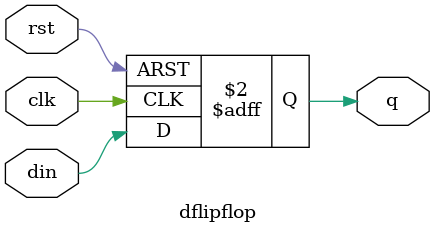
<source format=v>
`timescale 1ns / 1ps


module dflipflop(
    input clk,
    input rst,
    input din,
    output reg q
    );
    always @(posedge clk or posedge rst)
    begin
    if(rst) q<=1'b0;
    else q<=din;
    end
    
endmodule

</source>
